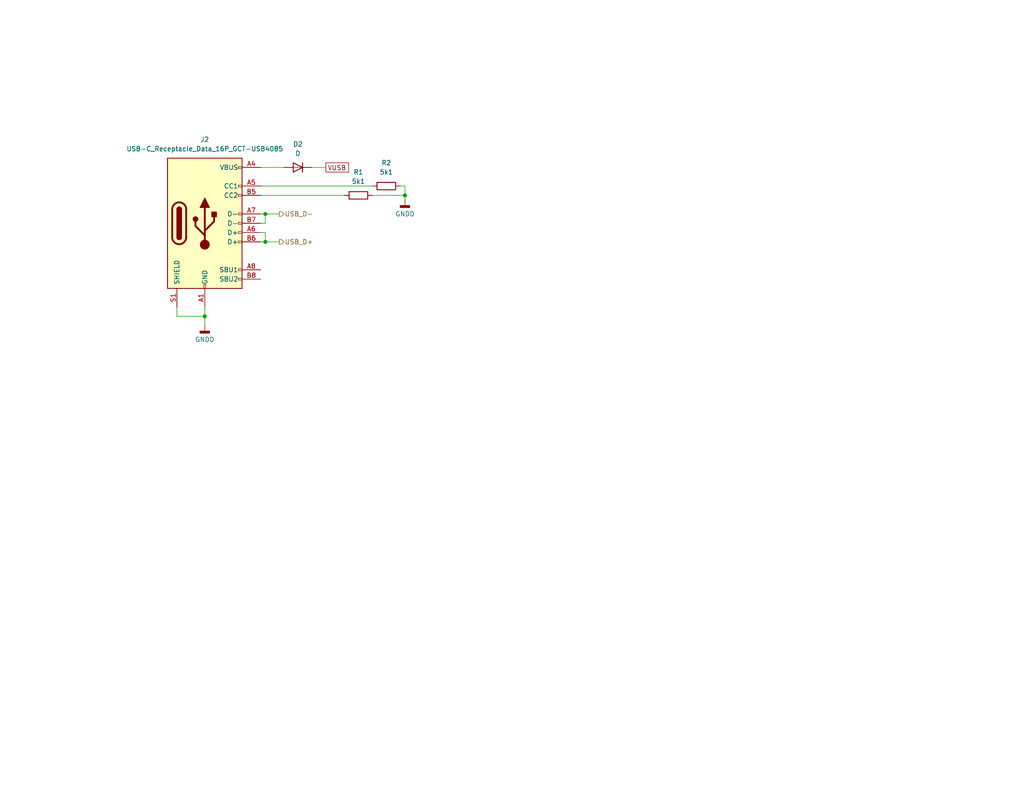
<source format=kicad_sch>
(kicad_sch (version 20231120) (generator "eeschema") (generator_version "8.0")
  (paper "USLetter")
  (lib_symbols
    (symbol "Alexander Symbol Library:USB-C_Receptacle_Data_16P_GCT-USB4085" (pin_names (offset 1.016))
      (property "Reference" "J" (at 0 22.225 0))
      (property "Value" "USB-C_Receptacle_Data_16P_GCT-USB4085" (at 0 19.685 0))
      (symbol "USB-C_Receptacle_Data_16P_GCT-USB4085_0_0"
        (rectangle (start -0.254 -17.78) (end 0.254 -16.764))
        (rectangle (start 10.16 -14.986) (end 9.144 -15.494))
        (rectangle (start 10.16 -12.446) (end 9.144 -12.954))
        (rectangle (start 10.16 -4.826) (end 9.144 -5.334))
        (rectangle (start 10.16 -2.286) (end 9.144 -2.794))
        (rectangle (start 10.16 0.254) (end 9.144 -0.254))
        (rectangle (start 10.16 2.794) (end 9.144 2.286))
        (rectangle (start 10.16 7.874) (end 9.144 7.366))
        (rectangle (start 10.16 10.414) (end 9.144 9.906))
        (rectangle (start 10.16 15.494) (end 9.144 14.986))
      )
      (symbol "USB-C_Receptacle_Data_16P_GCT-USB4085_0_1"
        (rectangle (start -10.16 17.78) (end 10.16 -17.78) (stroke (width 0.254)) (fill (type background)))
        (arc (start -8.89 -3.81) (mid -6.985 -5.7067) (end -5.08 -3.81) (stroke (width 0.508)))
        (arc (start -7.62 -3.81) (mid -6.985 -4.4423) (end -6.35 -3.81) (stroke (width 0.254)))
        (arc (start -7.62 -3.81) (mid -6.985 -4.4423) (end -6.35 -3.81) (stroke (width 0.254)) (fill (type outline)))
        (rectangle (start -7.62 -3.81) (end -6.35 3.81) (stroke (width 0.254)) (fill (type outline)))
        (arc (start -6.35 3.81) (mid -6.985 4.4423) (end -7.62 3.81) (stroke (width 0.254)))
        (arc (start -6.35 3.81) (mid -6.985 4.4423) (end -7.62 3.81) (stroke (width 0.254)) (fill (type outline)))
        (arc (start -5.08 3.81) (mid -6.985 5.7067) (end -8.89 3.81) (stroke (width 0.508)))
        (circle (center -2.54 1.143) (radius 0.635) (stroke (width 0.254)) (fill (type outline)))
        (circle (center 0 -5.842) (radius 1.27) (fill (type outline)))
        (polyline (pts (xy -8.89 -3.81) (xy -8.89 3.81)) (stroke (width 0.508)))
        (polyline (pts (xy -5.08 3.81) (xy -5.08 -3.81)) (stroke (width 0.508)))
        (polyline (pts (xy 0 -5.842) (xy 0 4.318)) (stroke (width 0.508)))
        (polyline (pts (xy 0 -3.302) (xy -2.54 -0.762) (xy -2.54 0.508)) (stroke (width 0.508)))
        (polyline (pts (xy 0 -2.032) (xy 2.54 0.508) (xy 2.54 1.778)) (stroke (width 0.508)))
        (polyline (pts (xy -1.27 4.318) (xy 0 6.858) (xy 1.27 4.318) (xy -1.27 4.318)) (stroke (width 0.254)) (fill (type outline)))
        (rectangle (start 1.905 1.778) (end 3.175 3.048) (stroke (width 0.254)) (fill (type outline)))
      )
      (symbol "USB-C_Receptacle_Data_16P_GCT-USB4085_1_1"
        (pin power_in line (at 0 -22.86 90) (length 5.08) (name "GND") (number "A1"))
        (pin power_in line (at 0 -22.86 90) (length 5.08) hide (name "GND") (number "A12"))
        (pin power_out line (at 15.24 15.24 180) (length 5.08) (name "VBUS") (number "A4"))
        (pin bidirectional line (at 15.24 10.16 180) (length 5.08) (name "CC1") (number "A5"))
        (pin bidirectional line (at 15.24 -2.54 180) (length 5.08) (name "D+") (number "A6"))
        (pin bidirectional line (at 15.24 2.54 180) (length 5.08) (name "D-") (number "A7"))
        (pin bidirectional line (at 15.24 -12.7 180) (length 5.08) (name "SBU1") (number "A8"))
        (pin power_out line (at 15.24 15.24 180) (length 5.08) hide (name "VBUS") (number "A9"))
        (pin power_in line (at 0 -22.86 90) (length 5.08) hide (name "GND") (number "B1"))
        (pin power_in line (at 0 -22.86 90) (length 5.08) hide (name "GND") (number "B12"))
        (pin power_out line (at 15.24 15.24 180) (length 5.08) hide (name "VBUS") (number "B4"))
        (pin bidirectional line (at 15.24 7.62 180) (length 5.08) (name "CC2") (number "B5"))
        (pin bidirectional line (at 15.24 -5.08 180) (length 5.08) (name "D+") (number "B6"))
        (pin bidirectional line (at 15.24 0 180) (length 5.08) (name "D-") (number "B7"))
        (pin bidirectional line (at 15.24 -15.24 180) (length 5.08) (name "SBU2") (number "B8"))
        (pin passive line (at 15.24 15.24 180) (length 5.08) hide (name "VBUS") (number "B9"))
        (pin power_in line (at -7.62 -22.86 90) (length 5.08) (name "SHIELD") (number "S1"))
        (pin power_in line (at -7.62 -22.86 90) (length 5.08) hide (name "SHIELD") (number "S2"))
        (pin power_in line (at -7.62 -22.86 90) (length 5.08) hide (name "SHIELD") (number "S3"))
        (pin power_in line (at -7.62 -22.86 90) (length 5.08) hide (name "SHIELD") (number "S4"))
      )
    )
    (symbol "Device:D" (pin_numbers hide) (pin_names (offset 1.016) hide)
      (property "Reference" "D" (at 0 2.54 0))
      (property "Value" "D" (at 0 -2.54 0))
      (symbol "D_0_1"
        (polyline (pts (xy -1.27 1.27) (xy -1.27 -1.27)) (stroke (width 0.254)))
        (polyline (pts (xy 1.27 0) (xy -1.27 0)))
        (polyline (pts (xy 1.27 1.27) (xy 1.27 -1.27) (xy -1.27 0) (xy 1.27 1.27)) (stroke (width 0.254)))
      )
      (symbol "D_1_1"
        (pin passive line (at -3.81 0 0) (length 2.54) (name "K") (number "1"))
        (pin passive line (at 3.81 0 180) (length 2.54) (name "A") (number "2"))
      )
    )
    (symbol "Device:R" (pin_numbers hide) (pin_names (offset 0))
      (property "Reference" "R" (at 2.032 0 90))
      (property "Value" "R" (at 0 0 90))
      (symbol "R_0_1"
        (rectangle (start -1.016 -2.54) (end 1.016 2.54) (stroke (width 0.254)))
      )
      (symbol "R_1_1"
        (pin passive line (at 0 3.81 270) (length 1.27) (name "~") (number "1"))
        (pin passive line (at 0 -3.81 90) (length 1.27) (name "~") (number "2"))
      )
    )
    (symbol "power:GNDD" (power) (pin_numbers hide) (pin_names (offset 0) hide)
      (property "Value" "GNDD" (at 0 -3.175 0))
      (symbol "GNDD_0_1"
        (rectangle (start -1.27 -1.524) (end 1.27 -2.032) (stroke (width 0.254)) (fill (type outline)))
        (polyline (pts (xy 0 0) (xy 0 -1.524)))
      )
      (symbol "GNDD_1_1"
        (pin power_in line (at 0 0 270) (length 0) (name "~") (number "1"))
      )
    )
  )
  (junction (at 72.39 66.04))
  (junction (at 110.49 53.34))
  (junction (at 72.39 58.42))
  (junction (at 55.88 86.36))
  (wire (pts (xy 72.39 58.42) (xy 76.2 58.42)))
  (wire (pts (xy 72.39 66.04) (xy 76.2 66.04)))
  (wire (pts (xy 101.6 53.34) (xy 110.49 53.34)))
  (wire (pts (xy 110.49 53.34) (xy 110.49 54.61)))
  (wire (pts (xy 55.88 83.82) (xy 55.88 86.36)))
  (wire (pts (xy 71.12 58.42) (xy 72.39 58.42)))
  (wire (pts (xy 71.12 50.8) (xy 101.6 50.8)))
  (wire (pts (xy 71.12 63.5) (xy 72.39 63.5)))
  (wire (pts (xy 110.49 50.8) (xy 110.49 53.34)))
  (wire (pts (xy 71.12 45.72) (xy 77.47 45.72)))
  (wire (pts (xy 48.26 86.36) (xy 55.88 86.36)))
  (wire (pts (xy 109.22 50.8) (xy 110.49 50.8)))
  (wire (pts (xy 72.39 63.5) (xy 72.39 66.04)))
  (wire (pts (xy 71.12 60.96) (xy 72.39 60.96)))
  (wire (pts (xy 48.26 83.82) (xy 48.26 86.36)))
  (wire (pts (xy 71.12 66.04) (xy 72.39 66.04)))
  (wire (pts (xy 72.39 60.96) (xy 72.39 58.42)))
  (wire (pts (xy 71.12 53.34) (xy 93.98 53.34)))
  (wire (pts (xy 55.88 86.36) (xy 55.88 88.9)))
  (wire (pts (xy 85.09 45.72) (xy 88.9 45.72)))
  (global_label "VUSB" (shape passive) (at 88.9 45.72 0) (property "Intersheetrefs" "${INTERSHEET_REFS}" (effects (hide yes))))
  (hierarchical_label "USB_D-" (shape output) (at 76.2 58.42 0))
  (hierarchical_label "USB_D+" (shape output) (at 76.2 66.04 0))
  (symbol (lib_id "Device:R") (at 105.41 50.8 270) (unit 1)
    (property "Reference" "R2" (at 105.41 44.45 90))
    (property "Value" "5k1" (at 105.41 46.99 90))
    (property "Footprint" "Resistor_SMD:R_1206_3216Metric_Pad1.30x1.75mm_HandSolder" (effects (hide yes)))
    (property "Description" "Resistor" (effects (hide yes)))
  )
  (symbol (lib_id "Alexander Symbol Library:USB-C_Receptacle_Data_16P_GCT-USB4085") (at 55.88 60.96 0) (unit 1)
    (property "Reference" "J2" (at 55.88 38.1 0))
    (property "Value" "USB-C_Receptacle_Data_16P_GCT-USB4085" (at 55.88 40.64 0))
    (property "Footprint" "Alexander Footprint Library:USB-C_GCT CONN16_USB4085-GF-A" (effects (hide yes)))
  )
  (symbol (lib_id "power:GNDD") (at 55.88 88.9 0) (unit 1)
    (property "Reference" "#PWR012" (effects (hide yes)))
    (property "Value" "GNDD" (at 55.88 92.71 0))
    (property "Description" "Power symbol creates a global label with name \"GNDD\" , digital ground" (effects (hide yes)))
  )
  (symbol (lib_id "Device:D") (at 81.28 45.72 180) (unit 1)
    (property "Reference" "D2" (at 81.28 39.37 0))
    (property "Value" "D" (at 81.28 41.91 0))
    (property "Footprint" "Diode_SMD:D_1210_3225Metric" (effects (hide yes)))
    (property "Description" "Diode" (effects (hide yes)))
    (property "Sim.Device" "D" (effects (hide yes)))
    (property "Sim.Pins" "1=K 2=A" (effects (hide yes)))
  )
  (symbol (lib_id "Device:R") (at 97.79 53.34 90) (unit 1)
    (property "Reference" "R1" (at 97.79 46.99 90))
    (property "Value" "5k1" (at 97.79 49.53 90))
    (property "Footprint" "Resistor_SMD:R_1206_3216Metric_Pad1.30x1.75mm_HandSolder" (effects (hide yes)))
    (property "Description" "Resistor" (effects (hide yes)))
  )
  (symbol (lib_id "power:GNDD") (at 110.49 54.61 0) (unit 1)
    (property "Reference" "#PWR014" (effects (hide yes)))
    (property "Value" "GNDD" (at 110.49 58.42 0))
    (property "Description" "Power symbol creates a global label with name \"GNDD\" , digital ground" (effects (hide yes)))
  )
)
</source>
